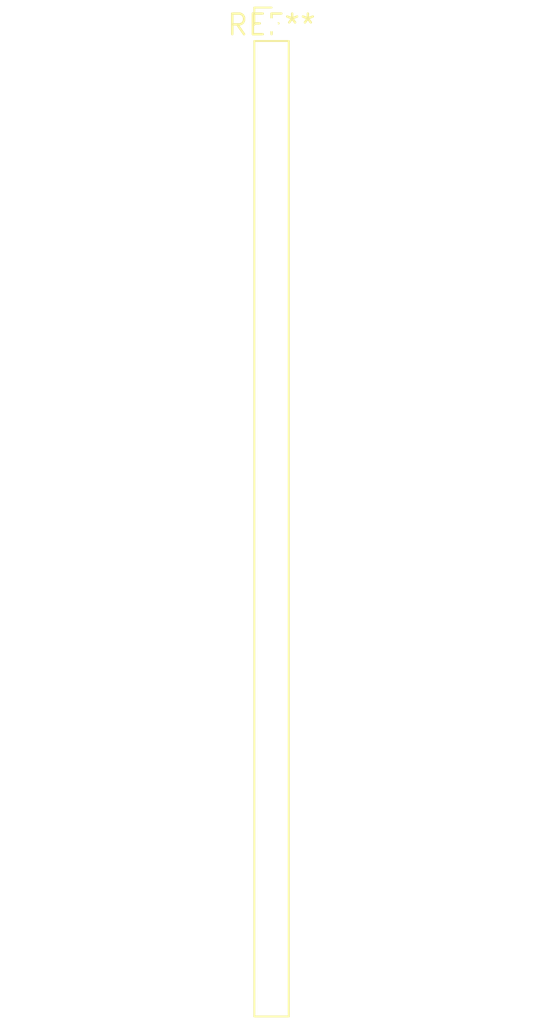
<source format=kicad_pcb>
(kicad_pcb (version 20240108) (generator pcbnew)
  (layers (0 "F.Cu" signal) (31 "B.Cu" signal) (34 "B.Paste" user) (35 "F.Paste" user) (36 "B.SilkS" user "B.Silkscreen") (37 "F.SilkS" user "F.Silkscreen") (38 "B.Mask" user) (39 "F.Mask" user) (44 "Edge.Cuts" user))
  (net 0 "")
  (footprint "PinHeader_1x31_P2.00mm_Vertical" (layer "F.Cu") (at 0 0)
    (property "Reference" "REF**")
    (property "Value" "PinHeader_1x31_P2.00mm_Vertical")
    (fp_line (start -1.06 -1.06) (end 0 -1.06) (layer "F.SilkS") (stroke (width 0.12)))
    (fp_line (start -1.06 0) (end -1.06 -1.06) (layer "F.SilkS") (stroke (width 0.12)))
    (fp_line (start -1.06 1) (end -1.06 61.06) (layer "F.SilkS") (stroke (width 0.12)))
    (fp_line (start -1.06 1) (end 1.06 1) (layer "F.SilkS") (stroke (width 0.12)))
    (fp_line (start -1.06 61.06) (end 1.06 61.06) (layer "F.SilkS") (stroke (width 0.12)))
    (fp_line (start 1.06 1) (end 1.06 61.06) (layer "F.SilkS") (stroke (width 0.12)))
    (pad "1" thru_hole rect (at 0 0) (size 1.35 1.35) (drill 0.8) (layers *.Cu *.Mask) (remove_unused_layers))
    (pad "2" thru_hole oval (at 0 2) (size 1.35 1.35) (drill 0.8) (layers *.Cu *.Mask) (remove_unused_layers))
    (pad "3" thru_hole oval (at 0 4) (size 1.35 1.35) (drill 0.8) (layers *.Cu *.Mask) (remove_unused_layers))
    (pad "4" thru_hole oval (at 0 6) (size 1.35 1.35) (drill 0.8) (layers *.Cu *.Mask) (remove_unused_layers))
    (pad "5" thru_hole oval (at 0 8) (size 1.35 1.35) (drill 0.8) (layers *.Cu *.Mask) (remove_unused_layers))
    (pad "6" thru_hole oval (at 0 10) (size 1.35 1.35) (drill 0.8) (layers *.Cu *.Mask) (remove_unused_layers))
    (pad "7" thru_hole oval (at 0 12) (size 1.35 1.35) (drill 0.8) (layers *.Cu *.Mask) (remove_unused_layers))
    (pad "8" thru_hole oval (at 0 14) (size 1.35 1.35) (drill 0.8) (layers *.Cu *.Mask) (remove_unused_layers))
    (pad "9" thru_hole oval (at 0 16) (size 1.35 1.35) (drill 0.8) (layers *.Cu *.Mask) (remove_unused_layers))
    (pad "10" thru_hole oval (at 0 18) (size 1.35 1.35) (drill 0.8) (layers *.Cu *.Mask) (remove_unused_layers))
    (pad "11" thru_hole oval (at 0 20) (size 1.35 1.35) (drill 0.8) (layers *.Cu *.Mask) (remove_unused_layers))
    (pad "12" thru_hole oval (at 0 22) (size 1.35 1.35) (drill 0.8) (layers *.Cu *.Mask) (remove_unused_layers))
    (pad "13" thru_hole oval (at 0 24) (size 1.35 1.35) (drill 0.8) (layers *.Cu *.Mask) (remove_unused_layers))
    (pad "14" thru_hole oval (at 0 26) (size 1.35 1.35) (drill 0.8) (layers *.Cu *.Mask) (remove_unused_layers))
    (pad "15" thru_hole oval (at 0 28) (size 1.35 1.35) (drill 0.8) (layers *.Cu *.Mask) (remove_unused_layers))
    (pad "16" thru_hole oval (at 0 30) (size 1.35 1.35) (drill 0.8) (layers *.Cu *.Mask) (remove_unused_layers))
    (pad "17" thru_hole oval (at 0 32) (size 1.35 1.35) (drill 0.8) (layers *.Cu *.Mask) (remove_unused_layers))
    (pad "18" thru_hole oval (at 0 34) (size 1.35 1.35) (drill 0.8) (layers *.Cu *.Mask) (remove_unused_layers))
    (pad "19" thru_hole oval (at 0 36) (size 1.35 1.35) (drill 0.8) (layers *.Cu *.Mask) (remove_unused_layers))
    (pad "20" thru_hole oval (at 0 38) (size 1.35 1.35) (drill 0.8) (layers *.Cu *.Mask) (remove_unused_layers))
    (pad "21" thru_hole oval (at 0 40) (size 1.35 1.35) (drill 0.8) (layers *.Cu *.Mask) (remove_unused_layers))
    (pad "22" thru_hole oval (at 0 42) (size 1.35 1.35) (drill 0.8) (layers *.Cu *.Mask) (remove_unused_layers))
    (pad "23" thru_hole oval (at 0 44) (size 1.35 1.35) (drill 0.8) (layers *.Cu *.Mask) (remove_unused_layers))
    (pad "24" thru_hole oval (at 0 46) (size 1.35 1.35) (drill 0.8) (layers *.Cu *.Mask) (remove_unused_layers))
    (pad "25" thru_hole oval (at 0 48) (size 1.35 1.35) (drill 0.8) (layers *.Cu *.Mask) (remove_unused_layers))
    (pad "26" thru_hole oval (at 0 50) (size 1.35 1.35) (drill 0.8) (layers *.Cu *.Mask) (remove_unused_layers))
    (pad "27" thru_hole oval (at 0 52) (size 1.35 1.35) (drill 0.8) (layers *.Cu *.Mask) (remove_unused_layers))
    (pad "28" thru_hole oval (at 0 54) (size 1.35 1.35) (drill 0.8) (layers *.Cu *.Mask) (remove_unused_layers))
    (pad "29" thru_hole oval (at 0 56) (size 1.35 1.35) (drill 0.8) (layers *.Cu *.Mask) (remove_unused_layers))
    (pad "30" thru_hole oval (at 0 58) (size 1.35 1.35) (drill 0.8) (layers *.Cu *.Mask) (remove_unused_layers))
    (pad "31" thru_hole oval (at 0 60) (size 1.35 1.35) (drill 0.8) (layers *.Cu *.Mask) (remove_unused_layers))
  )
)
</source>
